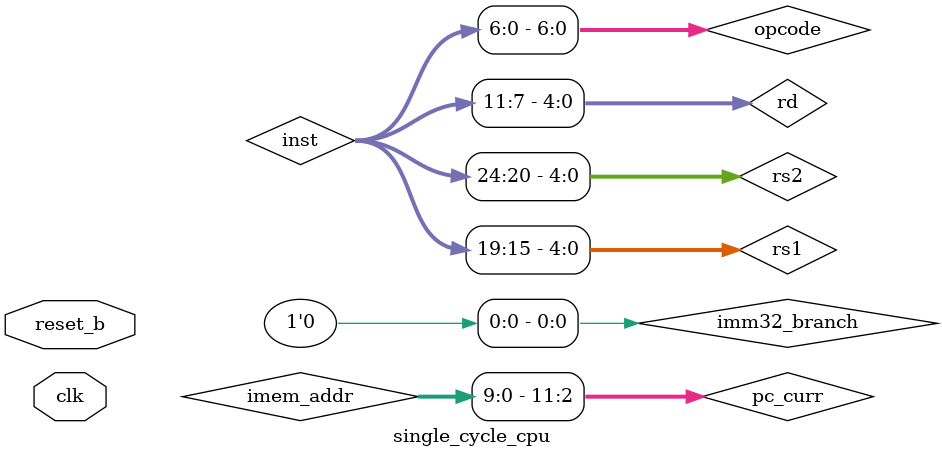
<source format=sv>
/* ********************************************
 *	COSE222 Lab #5
 *
 *	Module: top design of the single-cycle CPU (single_cycle_cpu.sv)
 *  - Top design of the single-cycle CPU
 *
 *  Author: Gunjae Koo (gunjaekoo@korea.ac.kr)
 *
 * ********************************************
 */

`timescale 1ns/1ps

/* verilator lint_off UNUSED */
module single_cycle_cpu
#(  parameter IMEM_DEPTH = 1024,    // imem depth (default: 1024 entries = 4 KB)
              IMEM_ADDR_WIDTH = 10,
              REG_WIDTH = 32,
              DMEM_DEPTH = 1024,    // dmem depth (default: 1024 entries = 8 KB)
              DMEM_ADDR_WIDTH = 10 )
(
    input           clk,            // System clock
    input           reset_b         // Asychronous negative reset
);

    // Wires for datapath elements
    logic   [IMEM_ADDR_WIDTH-1:0]   imem_addr;
    logic   [31:0]  inst;   // instructions = an output of ????

    logic   [4:0]   rs1, rs2, rd;    // register numbers
    logic   [REG_WIDTH-1:0] rd_din;
    logic           reg_write;
    logic   [REG_WIDTH-1:0] rs1_dout, rs2_dout;

    logic   [REG_WIDTH-1:0] alu_in1, alu_in2;
    logic   [3:0]   alu_control;    // ALU control signal
    logic   [REG_WIDTH-1:0] alu_result;
    logic           alu_zero;
    logic           alu_sign;

    logic   [DMEM_ADDR_WIDTH-1:0]    dmem_addr;
    logic   [31:0]  dmem_din, dmem_dout;
    logic           mem_read, mem_write;

    // -------------------------------------------------------------------
    /* Main control unit:
     * Main control unit generates control signals for datapath elements
     * The control signals are determined by decoding instructions
     * Generating control signals using opcode = inst[6:0]
     */
    logic   [6:0]   opcode;
    logic   [3:0]   branch;
    logic           alu_src, mem_to_reg;
    logic   [1:0]   alu_op;
    logic   [2:0]   funct3;
    //logic         mem_read, mem_write, reg_write; // declared above
    // Note for Lab #5
    // The branch control signal has 4-bits since this processor supports beq, bne, blt, and bge
    // Each bit of the branch control signal represents the corresponding branch instruction
    // i.e., branch[0] = beq, branch[1] = bne, branch[2] = blt, branch[3] = bge

    // COMPLETE THE MAIN CONTROL UNIT HERE
    assign opcode = inst[6:0];
    assign branch[0] = ((opcode==7'b1100011) && (funct3==3'b000)) ? 1'b1: 1'b0;
    assign branch[1] = ((opcode==7'b1100011) && (funct3==3'b001)) ? 1'b1: 1'b0;
    assign branch[2] = ((opcode==7'b1100011) && (funct3==3'b100)) ? 1'b1: 1'b0;
    assign branch[3] = ((opcode==7'b1100011) && (funct3==3'b101)) ? 1'b1: 1'b0;

    assign mem_read = (opcode==7'b0000011) ? 1'b1: 1'b0;    // ld
    assign mem_write = (opcode==7'b0100011) ? 1'b1: 1'b0;   // sd
    assign mem_to_reg = mem_read;
    assign reg_write = (opcode==7'b0110011) | (opcode==7'b0010011) | mem_read; // ld, r-type, or i-type
    assign alu_src = ( mem_read | mem_write | (opcode==7'b0010011) ) ? 1'b1: 1'b0;   // ld, sd, or i-type

    assign alu_op[0] = |branch;
    assign alu_op[1] = (opcode==7'b0110011) | (opcode==7'b0010011);    // r-type or i-type


    // --------------------------------------------------------------------

    // --------------------------------------------------------------------
    /* ALU control unit:
     * ALU control unit generate alu_control signal which selects ALU operations
     * Generating control signals using alu_op, funct7, and funct3 fileds
     */
    logic   [6:0]   funct7;
    //logic   [2:0]   funct3;   // declared above

    // COMPLETE THE ALU CONTROL UNIT HERE
    assign funct7 = inst[31:25];
    assign funct3 = inst[14:12];

    always_comb begin
        if (alu_op[1]) begin
            case (funct3)
                3'b111: alu_control = 4'b0000;
                3'b110: alu_control = 4'b0001;
                3'b100: alu_control = 4'b0011;
                default: alu_control = (funct7[5] && (opcode==7'b0110011)) ? 4'b0110: 4'b0010;
            endcase
        end else begin
            alu_control = (alu_op[0]) ? 4'b0110: 4'b0010;
        end
    end


    // ---------------------------------------------------------------------


    // ---------------------------------------------------------------------
    /* Immediate generator:
     * Generating immediate value from inst[31:0]
     * We require immediate type data for load, store, i-type, and branch instructions
     */
    logic   [REG_WIDTH-1:0]  imm32;
    logic   [REG_WIDTH-1:0]  imm32_branch;  // imm32 left shifted by 1
    logic   [11:0]  imm12;  // 12-bit immediate value extracted from inst

    // COMPLETE IMMEDIATE GENERATOR HERE
    assign imm12 = (|branch) ? {inst[31], inst[7], inst[30:25], inst[11:8]}: 
                ( (mem_write) ? {inst[31:25], inst[11:7]}: inst[31:20] );
    assign imm32 = { {20{imm12[11]}}, imm12 };
    assign imm32_branch = {imm32[30:0], 1'b0}; // << 1 for branch


    // ----------------------------------------------------------------------

    // Program counter
    logic   [31:0]  pc_curr, pc_next;
    logic           pc_next_sel;    // selection signal for pc_next
    logic   [31:0]  pc_next_plus4, pc_next_branch;


    assign pc_next_plus4 = pc_curr + 4;    // FILL THIS

    always_ff @ (posedge clk or negedge reset_b) begin
        if (~reset_b) begin
            pc_curr <= 'b0;
        end else begin
            pc_curr <= pc_next;        // FILL THIS
        end
    end


    // MUXes:
    // COMPLETE MUXES HERE
    // PC_NEXT
    assign pc_next_sel = (branch[0] & alu_zero) | (branch[1] & ~alu_zero) | (branch[2] & alu_sign) | (branch[3] & ~alu_sign);      // FILL THIS
    assign pc_next = (pc_next_sel) ? pc_next_branch: pc_next_plus4; // if branch is taken, pc_next_sel=1'b1
    assign pc_next_branch = pc_curr + imm32_branch;   // FILL THIS

    // ALU inputs
    assign alu_in1 = rs1_dout;
    assign alu_in2 = (alu_src) ? imm32: rs2_dout;

    // RF din
    assign rd_din = (mem_to_reg) ? dmem_dout: alu_result;

    // COMPLETE CONNECTIONS HERE
    // imem
    assign imem_addr = pc_curr[IMEM_ADDR_WIDTH+1:2];

    // regfile
    assign rs1 = inst[19:15];
    assign rs2 = inst[24:20];
    assign rd = inst[11:7];

    // dmem
    assign dmem_addr = alu_result[DMEM_ADDR_WIDTH+1:2];
    assign dmem_din = rs2_dout;
 

    // -----------------------------------------------------------------------
    /* Instantiation of datapath elements
     * All input/output ports should be connected
     */
    
    // IMEM
    imem #(
        .IMEM_DEPTH         (IMEM_DEPTH),
        .IMEM_ADDR_WIDTH    (IMEM_ADDR_WIDTH)
    ) u_imem_0 (
        .addr               ( imem_addr     ),
        .dout               ( inst          )
    );

    // REGFILE
    regfile #(
        .REG_WIDTH          (REG_WIDTH)
    ) u_regfile_0 (
        .clk                (clk),
        .rs1                (rs1),
        .rs2                (rs2),
        .rd                 (rd),
        .rd_din             (rd_din),
        .reg_write          (reg_write),
        .rs1_dout           (rs1_dout),
        .rs2_dout           (rs2_dout)
    );

    // ALU
    alu #(
        .REG_WIDTH          (REG_WIDTH)
    ) u_alu_0 (
        .in1                (alu_in1),
        .in2                (alu_in2),
        .alu_control        (alu_control),
        .result             (alu_result),
        .zero               (alu_zero),
        .sign               (alu_sign)
    );

    // DMEM
    dmem #(
        .DMEM_DEPTH         (DMEM_DEPTH),
        .DMEM_ADDR_WIDTH    (DMEM_ADDR_WIDTH)
    ) u_dmem_0 (
        .clk                (clk),
        .addr               (dmem_addr),
        .din                (dmem_din),
        .mem_read           (mem_read),
        .mem_write          (mem_write),
        .dout               (dmem_dout)
    );

endmodule

</source>
